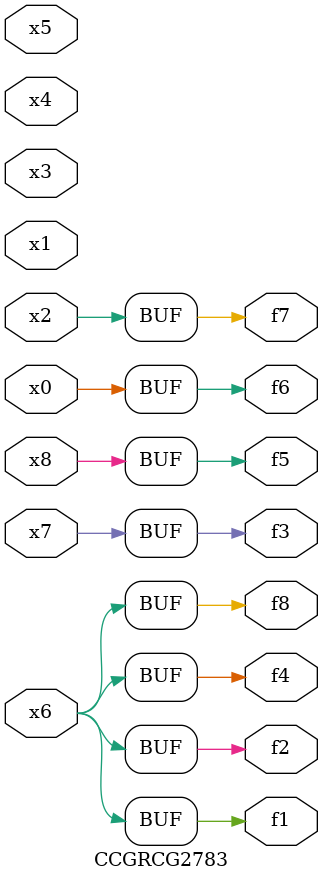
<source format=v>
module CCGRCG2783(
	input x0, x1, x2, x3, x4, x5, x6, x7, x8,
	output f1, f2, f3, f4, f5, f6, f7, f8
);
	assign f1 = x6;
	assign f2 = x6;
	assign f3 = x7;
	assign f4 = x6;
	assign f5 = x8;
	assign f6 = x0;
	assign f7 = x2;
	assign f8 = x6;
endmodule

</source>
